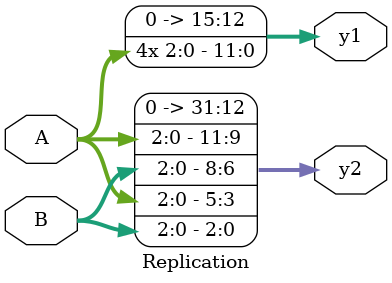
<source format=v>
module Replication(
  input [2:0] A, B,            // Inputs A and B, each 3 bits wide
  output reg [15:0] y1,        // Output y1, 16 bits wide
  output reg [31:0] y2         // Output y2, 32 bits wide
);
  
  always @* begin              // Combinational logic, executed whenever inputs change
    
    y1 = {4{A}};                // Line 8: Replicate A four times and assign to y1
    
    y2 = {2{A, B}};            // Line 10: Concatenate A and B, replicate the result twice, and assign to y2
    
  end
  
endmodule

</source>
